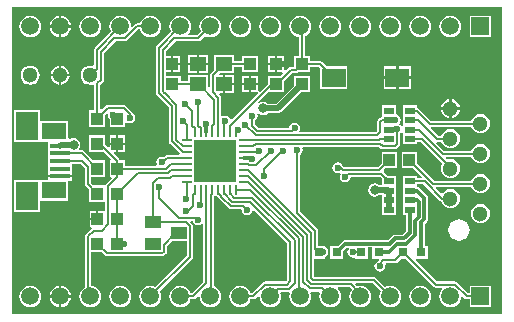
<source format=gtl>
G04 Layer_Physical_Order=1*
G04 Layer_Color=255*
%FSLAX25Y25*%
%MOIN*%
G70*
G01*
G75*
%ADD10R,0.05512X0.03937*%
%ADD11R,0.03150X0.03150*%
%ADD12R,0.07874X0.06299*%
%ADD13O,0.00984X0.03347*%
%ADD14O,0.03347X0.00984*%
%ADD15R,0.14173X0.14173*%
%ADD16R,0.04331X0.03937*%
%ADD17R,0.05512X0.04724*%
%ADD18R,0.03543X0.02362*%
%ADD19R,0.03937X0.04331*%
%ADD20R,0.06693X0.01772*%
%ADD21R,0.08268X0.05807*%
%ADD22R,0.07480X0.09350*%
%ADD23C,0.00787*%
%ADD24C,0.01181*%
%ADD25C,0.01969*%
%ADD26C,0.05906*%
%ADD27R,0.05906X0.05906*%
%ADD28C,0.05118*%
%ADD29C,0.02362*%
%ADD30C,0.03150*%
G36*
X164339Y1016D02*
X1016D01*
Y103315D01*
X164339D01*
Y1016D01*
D02*
G37*
%LPC*%
G36*
X147441Y72731D02*
Y70000D01*
X150172D01*
X150116Y70429D01*
X149799Y71195D01*
X149294Y71853D01*
X148636Y72357D01*
X147870Y72675D01*
X147441Y72731D01*
D02*
G37*
G36*
X75000Y77362D02*
X72047D01*
Y74803D01*
X75000D01*
Y77362D01*
D02*
G37*
G36*
X79921Y77363D02*
X77559D01*
Y75197D01*
X79921D01*
Y77363D01*
D02*
G37*
G36*
X146654Y72731D02*
X146225Y72675D01*
X145459Y72357D01*
X144801Y71853D01*
X144296Y71195D01*
X143979Y70429D01*
X143922Y70000D01*
X146654D01*
Y72731D01*
D02*
G37*
G36*
X38582Y60650D02*
X36417D01*
Y58287D01*
X38582D01*
Y60650D01*
D02*
G37*
G36*
X146654Y69213D02*
X143922D01*
X143979Y68784D01*
X144296Y68018D01*
X144801Y67360D01*
X145459Y66855D01*
X146225Y66538D01*
X146654Y66481D01*
Y69213D01*
D02*
G37*
G36*
X150172D02*
X147441D01*
Y66481D01*
X147870Y66538D01*
X148636Y66855D01*
X149294Y67360D01*
X149799Y68018D01*
X150116Y68784D01*
X150172Y69213D01*
D02*
G37*
G36*
X20125Y80315D02*
X17394D01*
Y77584D01*
X17822Y77640D01*
X18588Y77958D01*
X19246Y78462D01*
X19751Y79120D01*
X20068Y79887D01*
X20125Y80315D01*
D02*
G37*
G36*
X75000Y80709D02*
X72047D01*
Y78150D01*
X75000D01*
Y80709D01*
D02*
G37*
G36*
X79921Y80315D02*
X77559D01*
Y78150D01*
X79921D01*
Y80315D01*
D02*
G37*
G36*
X16606Y80315D02*
X13875D01*
X13931Y79887D01*
X14249Y79120D01*
X14754Y78462D01*
X15412Y77958D01*
X16178Y77640D01*
X16606Y77584D01*
Y80315D01*
D02*
G37*
G36*
X129035Y79527D02*
X124902D01*
Y76181D01*
X129035D01*
Y79527D01*
D02*
G37*
G36*
X133957D02*
X129823D01*
Y76181D01*
X133957D01*
Y79527D01*
D02*
G37*
G36*
X7000Y83897D02*
X6175Y83789D01*
X5406Y83470D01*
X4745Y82964D01*
X4238Y82303D01*
X3920Y81534D01*
X3811Y80709D01*
X3920Y79883D01*
X4238Y79114D01*
X4745Y78454D01*
X5406Y77947D01*
X6175Y77629D01*
X7000Y77520D01*
X7825Y77629D01*
X8594Y77947D01*
X9255Y78454D01*
X9761Y79114D01*
X10080Y79883D01*
X10189Y80709D01*
X10080Y81534D01*
X9761Y82303D01*
X9255Y82964D01*
X8594Y83470D01*
X7825Y83789D01*
X7000Y83897D01*
D02*
G37*
G36*
X35629Y60650D02*
X33464D01*
Y58287D01*
X35629D01*
Y60650D01*
D02*
G37*
G36*
X20522Y6606D02*
X17394D01*
Y3478D01*
X17925Y3548D01*
X18787Y3905D01*
X19527Y4473D01*
X20095Y5213D01*
X20452Y6075D01*
X20522Y6606D01*
D02*
G37*
G36*
X16606Y10522D02*
X16075Y10452D01*
X15213Y10095D01*
X14473Y9527D01*
X13905Y8787D01*
X13548Y7925D01*
X13478Y7394D01*
X16606D01*
Y10522D01*
D02*
G37*
G36*
X17394Y10522D02*
Y7394D01*
X20522D01*
X20452Y7925D01*
X20095Y8787D01*
X19527Y9527D01*
X18787Y10095D01*
X17925Y10452D01*
X17394Y10522D01*
D02*
G37*
G36*
X16606Y6606D02*
X13478D01*
X13548Y6075D01*
X13905Y5213D01*
X14473Y4473D01*
X15213Y3905D01*
X16075Y3548D01*
X16606Y3478D01*
Y6606D01*
D02*
G37*
G36*
X7000Y10586D02*
X6072Y10464D01*
X5207Y10105D01*
X4465Y9535D01*
X3895Y8793D01*
X3536Y7928D01*
X3414Y7000D01*
X3536Y6072D01*
X3895Y5207D01*
X4465Y4465D01*
X5207Y3895D01*
X6072Y3536D01*
X7000Y3414D01*
X7928Y3536D01*
X8793Y3895D01*
X9535Y4465D01*
X10105Y5207D01*
X10464Y6072D01*
X10586Y7000D01*
X10464Y7928D01*
X10105Y8793D01*
X9535Y9535D01*
X8793Y10105D01*
X7928Y10464D01*
X7000Y10586D01*
D02*
G37*
G36*
X37000D02*
X36072Y10464D01*
X35207Y10105D01*
X34464Y9535D01*
X33895Y8793D01*
X33536Y7928D01*
X33414Y7000D01*
X33536Y6072D01*
X33895Y5207D01*
X34464Y4465D01*
X35207Y3895D01*
X36072Y3536D01*
X37000Y3414D01*
X37928Y3536D01*
X38793Y3895D01*
X39535Y4465D01*
X40105Y5207D01*
X40464Y6072D01*
X40586Y7000D01*
X40464Y7928D01*
X40105Y8793D01*
X39535Y9535D01*
X38793Y10105D01*
X37928Y10464D01*
X37000Y10586D01*
D02*
G37*
G36*
X137000D02*
X136072Y10464D01*
X135207Y10105D01*
X134465Y9535D01*
X133895Y8793D01*
X133536Y7928D01*
X133414Y7000D01*
X133536Y6072D01*
X133895Y5207D01*
X134465Y4465D01*
X135207Y3895D01*
X136072Y3536D01*
X137000Y3414D01*
X137928Y3536D01*
X138793Y3895D01*
X139535Y4465D01*
X140105Y5207D01*
X140464Y6072D01*
X140586Y7000D01*
X140464Y7928D01*
X140105Y8793D01*
X139535Y9535D01*
X138793Y10105D01*
X137928Y10464D01*
X137000Y10586D01*
D02*
G37*
G36*
X135937Y55229D02*
X130795D01*
Y49693D01*
X134698D01*
X137539Y46851D01*
X137348Y46389D01*
X135992D01*
Y47157D01*
X131244D01*
Y43591D01*
Y40441D01*
Y37291D01*
Y34142D01*
X132275D01*
Y28644D01*
X131151Y27520D01*
X128589D01*
X128124Y27427D01*
X127729Y27163D01*
X126389Y25823D01*
X112008D01*
X111543Y25730D01*
X111148Y25466D01*
X109611Y23929D01*
X106976D01*
Y19575D01*
X111331D01*
Y22209D01*
X112512Y23390D01*
X112977D01*
X113182Y22890D01*
X112887Y22448D01*
X112749Y21752D01*
X112887Y21056D01*
X113281Y20466D01*
X113871Y20072D01*
X114567Y19933D01*
X114759Y19972D01*
X115145Y19654D01*
Y19575D01*
X119500D01*
Y23390D01*
X121051D01*
Y19575D01*
X123123D01*
X123315Y19113D01*
X122901Y18699D01*
X122804Y18680D01*
X122214Y18286D01*
X121820Y17696D01*
X121682Y17000D01*
X121820Y16304D01*
X122214Y15714D01*
X122804Y15320D01*
X123500Y15182D01*
X124196Y15320D01*
X124786Y15714D01*
X125180Y16304D01*
X125318Y17000D01*
X125222Y17484D01*
X125505Y17925D01*
X125589Y17984D01*
X128645D01*
X128645Y17984D01*
X129034Y18062D01*
X129363Y18282D01*
X130656Y19575D01*
X132138D01*
X141482Y10231D01*
X141482Y10231D01*
X141812Y10011D01*
X142200Y9933D01*
X144229D01*
X144386Y9433D01*
X143895Y8793D01*
X143536Y7928D01*
X143414Y7000D01*
X143536Y6072D01*
X143895Y5207D01*
X144465Y4465D01*
X145207Y3895D01*
X146072Y3536D01*
X147000Y3414D01*
X147928Y3536D01*
X148793Y3895D01*
X149536Y4465D01*
X150105Y5207D01*
X150464Y6072D01*
X150569Y6872D01*
X151033Y7115D01*
X151866Y6282D01*
X151866Y6282D01*
X152196Y6062D01*
X152584Y5984D01*
X153445D01*
Y3445D01*
X160555D01*
Y10555D01*
X153445D01*
Y8161D01*
X152945Y8076D01*
X149354Y11667D01*
X149024Y11887D01*
X148636Y11964D01*
X148635Y11964D01*
X142621D01*
X135511Y19075D01*
X135718Y19575D01*
X139480D01*
Y23929D01*
X138519D01*
Y31246D01*
X139226Y31953D01*
X139357Y32149D01*
X139489Y32347D01*
X139489Y32347D01*
X139489Y32347D01*
X139534Y32570D01*
X139582Y32812D01*
Y39902D01*
X139489Y40367D01*
X139226Y40762D01*
X136903Y43084D01*
X136509Y43348D01*
X136043Y43441D01*
X135992D01*
Y44358D01*
X138067D01*
X143537Y38888D01*
X143867Y38668D01*
X144027Y38636D01*
X144286Y38012D01*
X144793Y37352D01*
X145453Y36845D01*
X146222Y36526D01*
X147047Y36418D01*
X147873Y36526D01*
X148642Y36845D01*
X149302Y37352D01*
X149809Y38012D01*
X150127Y38781D01*
X150236Y39606D01*
X150127Y40432D01*
X149809Y41201D01*
X149302Y41861D01*
X148642Y42368D01*
X147873Y42686D01*
X147047Y42795D01*
X146222Y42686D01*
X145453Y42368D01*
X144793Y41861D01*
X144511Y41494D01*
X143869Y41429D01*
X142169Y43129D01*
X142360Y43591D01*
X154046D01*
X154286Y43012D01*
X154793Y42352D01*
X155453Y41845D01*
X156222Y41526D01*
X157047Y41418D01*
X157873Y41526D01*
X158642Y41845D01*
X159302Y42352D01*
X159809Y43012D01*
X160127Y43781D01*
X160236Y44606D01*
X160127Y45432D01*
X159809Y46201D01*
X159302Y46861D01*
X158642Y47368D01*
X157873Y47686D01*
X157047Y47795D01*
X156222Y47686D01*
X155453Y47368D01*
X154793Y46861D01*
X154286Y46201D01*
X154046Y45622D01*
X141641D01*
X135937Y51326D01*
Y55229D01*
D02*
G37*
G36*
X129245D02*
X124103D01*
Y51326D01*
X123001Y50224D01*
X111727D01*
X111411Y50541D01*
X111081Y50761D01*
X110995Y50778D01*
X110774Y51109D01*
X110184Y51503D01*
X109488Y51641D01*
X108792Y51503D01*
X108202Y51109D01*
X107808Y50519D01*
X107670Y49823D01*
X107808Y49127D01*
X108202Y48537D01*
X108792Y48143D01*
X109488Y48004D01*
X110131Y48132D01*
X110267Y48019D01*
X110462Y47727D01*
X110328Y47527D01*
X110189Y46831D01*
X110328Y46135D01*
X110722Y45545D01*
X111312Y45151D01*
X112008Y45012D01*
X112704Y45151D01*
X113294Y45545D01*
X113688Y46135D01*
X113821Y46803D01*
X123665D01*
X124157Y46312D01*
Y44039D01*
X123348D01*
X122700Y44472D01*
X121850Y44641D01*
X121001Y44472D01*
X120281Y43991D01*
X119800Y43271D01*
X119631Y42421D01*
X119800Y41572D01*
X120281Y40852D01*
X121001Y40370D01*
X121850Y40201D01*
X122700Y40370D01*
X123348Y40804D01*
X124157D01*
Y37291D01*
Y34142D01*
X128905D01*
Y37291D01*
Y40441D01*
Y44979D01*
X128984Y45374D01*
X128905Y45769D01*
Y47157D01*
X127341D01*
X127165Y47192D01*
X126990Y47157D01*
X126184D01*
X124804Y48537D01*
X124794Y49145D01*
X125343Y49693D01*
X129245D01*
Y55229D01*
D02*
G37*
G36*
X38582Y57500D02*
X36417D01*
Y55138D01*
X38582D01*
Y57500D01*
D02*
G37*
G36*
X20867Y46654D02*
X16929D01*
X12992D01*
Y45828D01*
X10248D01*
Y45829D01*
X1563D01*
Y35274D01*
X10248D01*
Y38816D01*
X19697D01*
Y45571D01*
X20867D01*
Y46654D01*
D02*
G37*
G36*
X149961Y32680D02*
X149033Y32558D01*
X148168Y32200D01*
X147425Y31630D01*
X146855Y30887D01*
X146497Y30023D01*
X146375Y29094D01*
X146497Y28166D01*
X146855Y27302D01*
X147425Y26559D01*
X148168Y25989D01*
X149033Y25631D01*
X149961Y25509D01*
X150889Y25631D01*
X151754Y25989D01*
X152496Y26559D01*
X153066Y27302D01*
X153424Y28166D01*
X153547Y29094D01*
X153424Y30023D01*
X153066Y30887D01*
X152496Y31630D01*
X151754Y32200D01*
X150889Y32558D01*
X149961Y32680D01*
D02*
G37*
G36*
X157047Y37795D02*
X156222Y37686D01*
X155453Y37368D01*
X154793Y36861D01*
X154286Y36201D01*
X153967Y35432D01*
X153859Y34606D01*
X153967Y33781D01*
X154286Y33012D01*
X154793Y32352D01*
X155453Y31845D01*
X156222Y31526D01*
X157047Y31418D01*
X157873Y31526D01*
X158642Y31845D01*
X159302Y32352D01*
X159809Y33012D01*
X160127Y33781D01*
X160236Y34606D01*
X160127Y35432D01*
X159809Y36201D01*
X159302Y36861D01*
X158642Y37368D01*
X157873Y37686D01*
X157047Y37795D01*
D02*
G37*
G36*
X28937Y35610D02*
X26772D01*
Y33248D01*
X28937D01*
Y35610D01*
D02*
G37*
G36*
X107000Y100586D02*
X106072Y100464D01*
X105207Y100105D01*
X104464Y99536D01*
X103895Y98793D01*
X103536Y97928D01*
X103414Y97000D01*
X103536Y96072D01*
X103895Y95207D01*
X104464Y94464D01*
X105207Y93895D01*
X106072Y93536D01*
X107000Y93414D01*
X107928Y93536D01*
X108793Y93895D01*
X109536Y94464D01*
X110105Y95207D01*
X110464Y96072D01*
X110586Y97000D01*
X110464Y97928D01*
X110105Y98793D01*
X109536Y99536D01*
X108793Y100105D01*
X107928Y100464D01*
X107000Y100586D01*
D02*
G37*
G36*
X117000D02*
X116072Y100464D01*
X115207Y100105D01*
X114464Y99536D01*
X113895Y98793D01*
X113536Y97928D01*
X113414Y97000D01*
X113536Y96072D01*
X113895Y95207D01*
X114464Y94464D01*
X115207Y93895D01*
X116072Y93536D01*
X117000Y93414D01*
X117928Y93536D01*
X118793Y93895D01*
X119536Y94464D01*
X120105Y95207D01*
X120464Y96072D01*
X120586Y97000D01*
X120464Y97928D01*
X120105Y98793D01*
X119536Y99536D01*
X118793Y100105D01*
X117928Y100464D01*
X117000Y100586D01*
D02*
G37*
G36*
X127000D02*
X126072Y100464D01*
X125207Y100105D01*
X124464Y99536D01*
X123895Y98793D01*
X123536Y97928D01*
X123414Y97000D01*
X123536Y96072D01*
X123895Y95207D01*
X124464Y94464D01*
X125207Y93895D01*
X126072Y93536D01*
X127000Y93414D01*
X127928Y93536D01*
X128793Y93895D01*
X129535Y94464D01*
X130105Y95207D01*
X130464Y96072D01*
X130586Y97000D01*
X130464Y97928D01*
X130105Y98793D01*
X129535Y99536D01*
X128793Y100105D01*
X127928Y100464D01*
X127000Y100586D01*
D02*
G37*
G36*
X87000D02*
X86072Y100464D01*
X85207Y100105D01*
X84465Y99536D01*
X83895Y98793D01*
X83536Y97928D01*
X83414Y97000D01*
X83536Y96072D01*
X83895Y95207D01*
X84465Y94464D01*
X85207Y93895D01*
X86072Y93536D01*
X87000Y93414D01*
X87928Y93536D01*
X88793Y93895D01*
X89535Y94464D01*
X90105Y95207D01*
X90464Y96072D01*
X90586Y97000D01*
X90464Y97928D01*
X90105Y98793D01*
X89535Y99536D01*
X88793Y100105D01*
X87928Y100464D01*
X87000Y100586D01*
D02*
G37*
G36*
X27000D02*
X26072Y100464D01*
X25207Y100105D01*
X24464Y99536D01*
X23895Y98793D01*
X23536Y97928D01*
X23414Y97000D01*
X23536Y96072D01*
X23895Y95207D01*
X24464Y94464D01*
X25207Y93895D01*
X26072Y93536D01*
X27000Y93414D01*
X27928Y93536D01*
X28793Y93895D01*
X29535Y94464D01*
X30105Y95207D01*
X30464Y96072D01*
X30586Y97000D01*
X30464Y97928D01*
X30105Y98793D01*
X29535Y99536D01*
X28793Y100105D01*
X27928Y100464D01*
X27000Y100586D01*
D02*
G37*
G36*
X97000D02*
X96072Y100464D01*
X95207Y100105D01*
X94464Y99536D01*
X93895Y98793D01*
X93536Y97928D01*
X93414Y97000D01*
X93536Y96072D01*
X93895Y95207D01*
X94464Y94464D01*
X95207Y93895D01*
X96072Y93536D01*
X96524Y93477D01*
Y87019D01*
X94771D01*
Y83496D01*
X93799D01*
X93410Y83419D01*
X93081Y83198D01*
X93081Y83198D01*
X92183Y82301D01*
X91683Y82508D01*
Y84055D01*
X89321D01*
Y81889D01*
X91065D01*
X91272Y81389D01*
X90210Y80327D01*
X86159D01*
Y77875D01*
X83571Y75287D01*
X83071Y75494D01*
X83071Y75554D01*
X83071Y75554D01*
X83071Y75574D01*
Y77363D01*
X80709D01*
Y75197D01*
X82694Y75197D01*
X82714D01*
D01*
X82775Y75197D01*
X82817Y75094D01*
X82982Y74697D01*
X74121Y65837D01*
X73642Y65982D01*
X73629Y66050D01*
X73235Y66640D01*
X72645Y67034D01*
X71949Y67173D01*
X71253Y67034D01*
X71142Y66960D01*
X70701Y67196D01*
Y73198D01*
X70701Y73198D01*
X70648Y73464D01*
X70623Y73586D01*
X70623Y73586D01*
X70623Y73586D01*
X70513Y73752D01*
X70403Y73916D01*
X70403Y73916D01*
X70403Y73916D01*
X69978Y74341D01*
X70169Y74803D01*
X71260D01*
Y77756D01*
Y80709D01*
X70083D01*
X69888Y81161D01*
X70151Y81484D01*
X75012D01*
Y83433D01*
X77547D01*
Y81877D01*
X83083D01*
Y87019D01*
X77547D01*
Y85464D01*
X75012D01*
Y87413D01*
X68295D01*
Y82527D01*
X67183Y81415D01*
X66963Y81086D01*
X66886Y80697D01*
X66886Y80697D01*
Y76684D01*
X66386Y76416D01*
X66350Y76440D01*
Y80721D01*
X59634D01*
Y78772D01*
X57099D01*
Y80327D01*
X52185D01*
Y81889D01*
X53937D01*
Y84448D01*
Y87007D01*
X52185D01*
Y88783D01*
X55437Y92036D01*
X63051D01*
X63051Y92036D01*
X63440Y92113D01*
X63769Y92333D01*
X65295Y93858D01*
X66072Y93536D01*
X67000Y93414D01*
X67928Y93536D01*
X68793Y93895D01*
X69535Y94464D01*
X70105Y95207D01*
X70464Y96072D01*
X70586Y97000D01*
X70464Y97928D01*
X70105Y98793D01*
X69535Y99536D01*
X68793Y100105D01*
X67928Y100464D01*
X67000Y100586D01*
X66072Y100464D01*
X65207Y100105D01*
X64464Y99536D01*
X63895Y98793D01*
X63536Y97928D01*
X63414Y97000D01*
X63536Y96072D01*
X63858Y95295D01*
X62630Y94067D01*
X59771D01*
X59614Y94567D01*
X60105Y95207D01*
X60464Y96072D01*
X60586Y97000D01*
X60464Y97928D01*
X60105Y98793D01*
X59535Y99536D01*
X58793Y100105D01*
X57928Y100464D01*
X57000Y100586D01*
X56072Y100464D01*
X55207Y100105D01*
X54465Y99536D01*
X53895Y98793D01*
X53536Y97928D01*
X53414Y97000D01*
X53536Y96072D01*
X53858Y95295D01*
X49061Y90497D01*
X48841Y90168D01*
X48764Y89779D01*
X48764Y89779D01*
Y74800D01*
X48764Y74800D01*
X48841Y74411D01*
X49061Y74081D01*
X50459Y72684D01*
X50550Y72623D01*
X53294Y69879D01*
Y58644D01*
X53294Y58644D01*
X53372Y58256D01*
X53592Y57926D01*
X56853Y54665D01*
X56646Y54165D01*
X52683D01*
X52683Y54165D01*
X52295Y54088D01*
X51965Y53868D01*
X51965Y53868D01*
X51525Y53428D01*
X51486Y53454D01*
X50790Y53593D01*
X50094Y53454D01*
X49504Y53060D01*
X49110Y52470D01*
X48972Y51774D01*
X49110Y51078D01*
X49160Y51004D01*
X48924Y50563D01*
X38594D01*
Y52315D01*
X36989D01*
X36961Y52456D01*
X36741Y52785D01*
X36741Y52786D01*
X34851Y54676D01*
X35042Y55138D01*
X35629D01*
Y57500D01*
X33464D01*
Y56716D01*
X33002Y56525D01*
X31902Y57625D01*
Y60662D01*
X26760D01*
Y55126D01*
X31528D01*
X33877Y52777D01*
X33686Y52315D01*
X33452D01*
Y46780D01*
X33970D01*
X34161Y46317D01*
X32340Y44497D01*
X32231Y44333D01*
X32053Y44136D01*
X31698Y43969D01*
X28000Y43969D01*
X27197Y44772D01*
Y46780D01*
X31902D01*
Y52315D01*
X27999D01*
X24872Y55442D01*
X24543Y55663D01*
X24154Y55740D01*
X24154Y55740D01*
X23447D01*
X23180Y56240D01*
X23509Y56732D01*
X23677Y57582D01*
X23509Y58431D01*
X23027Y59151D01*
X22307Y59632D01*
X21458Y59801D01*
X20608Y59632D01*
X20197Y59358D01*
X19697Y59625D01*
Y65514D01*
X10248D01*
Y69057D01*
X1563D01*
Y58502D01*
X10248D01*
Y58503D01*
X12981D01*
Y55795D01*
Y53236D01*
Y50677D01*
Y48118D01*
X12992D01*
Y47441D01*
X16929D01*
X20867D01*
Y48118D01*
X20878D01*
Y51138D01*
X23804D01*
X25166Y49776D01*
Y44351D01*
X25166Y44351D01*
X25243Y43962D01*
X25463Y43633D01*
X25463Y43633D01*
X26760Y42336D01*
Y38433D01*
X31902Y38433D01*
X32043Y37991D01*
Y36047D01*
X31890Y35610D01*
X29725D01*
Y32854D01*
X29331D01*
Y32461D01*
X26772D01*
Y30098D01*
X27312D01*
X27463Y29598D01*
X27401Y29557D01*
X25648Y27804D01*
X25428Y27475D01*
X25351Y27086D01*
X25351Y27086D01*
Y10165D01*
X25207Y10105D01*
X24464Y9535D01*
X23895Y8793D01*
X23536Y7928D01*
X23414Y7000D01*
X23536Y6072D01*
X23895Y5207D01*
X24464Y4465D01*
X25207Y3895D01*
X26072Y3536D01*
X27000Y3414D01*
X27928Y3536D01*
X28793Y3895D01*
X29535Y4465D01*
X30105Y5207D01*
X30464Y6072D01*
X30586Y7000D01*
X30464Y7928D01*
X30105Y8793D01*
X29535Y9535D01*
X28793Y10105D01*
X27928Y10464D01*
X27382Y10536D01*
Y21740D01*
X30663D01*
X31775Y20628D01*
X32104Y20408D01*
X32493Y20331D01*
X38404D01*
X38404Y20331D01*
X38464Y20343D01*
X44607D01*
X44666Y20331D01*
X44666Y20331D01*
X51003D01*
X51003Y20331D01*
X51392Y20408D01*
X51721Y20628D01*
X52305Y21212D01*
X52305Y21212D01*
X52525Y21541D01*
X52602Y21930D01*
X52602Y21930D01*
Y23803D01*
X54279Y25480D01*
X59233D01*
Y20669D01*
X48705Y10142D01*
X47928Y10464D01*
X47000Y10586D01*
X46072Y10464D01*
X45207Y10105D01*
X44464Y9535D01*
X43895Y8793D01*
X43536Y7928D01*
X43414Y7000D01*
X43536Y6072D01*
X43895Y5207D01*
X44464Y4465D01*
X45207Y3895D01*
X46072Y3536D01*
X47000Y3414D01*
X47928Y3536D01*
X48793Y3895D01*
X49536Y4465D01*
X50105Y5207D01*
X50464Y6072D01*
X50586Y7000D01*
X50464Y7928D01*
X50142Y8705D01*
X60966Y19530D01*
X61187Y19860D01*
X61264Y20248D01*
Y30432D01*
X61187Y30821D01*
X60966Y31150D01*
X60966Y31150D01*
X60413Y31703D01*
X60605Y32165D01*
X61236D01*
X61312Y31784D01*
X61706Y31194D01*
X62296Y30800D01*
X62992Y30662D01*
X63688Y30800D01*
X64233Y31164D01*
X64448Y31112D01*
X64733Y30975D01*
Y11753D01*
X60995Y8016D01*
X60427D01*
X60105Y8793D01*
X59535Y9535D01*
X58793Y10105D01*
X57928Y10464D01*
X57000Y10586D01*
X56072Y10464D01*
X55207Y10105D01*
X54465Y9535D01*
X53895Y8793D01*
X53536Y7928D01*
X53414Y7000D01*
X53536Y6072D01*
X53895Y5207D01*
X54465Y4465D01*
X55207Y3895D01*
X56072Y3536D01*
X57000Y3414D01*
X57928Y3536D01*
X58793Y3895D01*
X59535Y4465D01*
X60105Y5207D01*
X60427Y5984D01*
X61415D01*
X61415Y5984D01*
X61804Y6062D01*
X62134Y6282D01*
X62967Y7115D01*
X63431Y6872D01*
X63536Y6072D01*
X63895Y5207D01*
X64464Y4465D01*
X65207Y3895D01*
X66072Y3536D01*
X67000Y3414D01*
X67928Y3536D01*
X68793Y3895D01*
X69535Y4465D01*
X70105Y5207D01*
X70464Y6072D01*
X70586Y7000D01*
X70464Y7928D01*
X70105Y8793D01*
X69535Y9535D01*
X68793Y10105D01*
X68252Y10329D01*
Y40341D01*
X68682Y40607D01*
X69026Y40527D01*
X69441Y40112D01*
X69447Y40102D01*
X70319Y39231D01*
X70319Y39231D01*
X70329Y39224D01*
X73102Y36451D01*
X73102Y36451D01*
X73431Y36231D01*
X73820Y36154D01*
X77325D01*
X77512Y35925D01*
X77651Y35229D01*
X78045Y34639D01*
X78635Y34245D01*
X79331Y34107D01*
X80027Y34245D01*
X80616Y34639D01*
X81011Y35229D01*
X81105Y35703D01*
X81628Y35887D01*
X92712Y24802D01*
Y12456D01*
X92221Y11964D01*
X85364D01*
X84976Y11887D01*
X84646Y11667D01*
X84646Y11667D01*
X80995Y8016D01*
X80427D01*
X80105Y8793D01*
X79536Y9535D01*
X78793Y10105D01*
X77928Y10464D01*
X77000Y10586D01*
X76072Y10464D01*
X75207Y10105D01*
X74464Y9535D01*
X73895Y8793D01*
X73536Y7928D01*
X73414Y7000D01*
X73536Y6072D01*
X73895Y5207D01*
X74464Y4465D01*
X75207Y3895D01*
X76072Y3536D01*
X77000Y3414D01*
X77928Y3536D01*
X78793Y3895D01*
X79536Y4465D01*
X80105Y5207D01*
X80427Y5984D01*
X81415D01*
X81415Y5984D01*
X81804Y6062D01*
X82134Y6282D01*
X82967Y7115D01*
X83431Y6872D01*
X83536Y6072D01*
X83895Y5207D01*
X84465Y4465D01*
X85207Y3895D01*
X86072Y3536D01*
X87000Y3414D01*
X87928Y3536D01*
X88793Y3895D01*
X89535Y4465D01*
X90105Y5207D01*
X90464Y6072D01*
X90586Y7000D01*
X90464Y7928D01*
X90381Y8128D01*
X90659Y8543D01*
X93217D01*
X93217Y8543D01*
X93253Y8551D01*
X93613Y8112D01*
X93536Y7928D01*
X93414Y7000D01*
X93536Y6072D01*
X93895Y5207D01*
X94464Y4465D01*
X95207Y3895D01*
X96072Y3536D01*
X97000Y3414D01*
X97928Y3536D01*
X98793Y3895D01*
X99536Y4465D01*
X100105Y5207D01*
X100464Y6072D01*
X100586Y7000D01*
X100464Y7928D01*
X100350Y8202D01*
X100628Y8618D01*
X103372D01*
X103650Y8202D01*
X103536Y7928D01*
X103414Y7000D01*
X103536Y6072D01*
X103895Y5207D01*
X104464Y4465D01*
X105207Y3895D01*
X106072Y3536D01*
X107000Y3414D01*
X107928Y3536D01*
X108793Y3895D01*
X109536Y4465D01*
X110105Y5207D01*
X110464Y6072D01*
X110586Y7000D01*
X110464Y7928D01*
X110105Y8793D01*
X109557Y9508D01*
X109587Y9686D01*
X109696Y10008D01*
X113457D01*
X114232Y9233D01*
X113895Y8793D01*
X113536Y7928D01*
X113414Y7000D01*
X113536Y6072D01*
X113895Y5207D01*
X114464Y4465D01*
X115207Y3895D01*
X116072Y3536D01*
X117000Y3414D01*
X117928Y3536D01*
X118793Y3895D01*
X119536Y4465D01*
X120105Y5207D01*
X120464Y6072D01*
X120586Y7000D01*
X120464Y7928D01*
X120105Y8793D01*
X119536Y9535D01*
X118793Y10105D01*
X117928Y10464D01*
X117000Y10586D01*
X116072Y10464D01*
X115932Y10406D01*
X115402Y10936D01*
X115593Y11398D01*
X121166D01*
X123858Y8705D01*
X123536Y7928D01*
X123414Y7000D01*
X123536Y6072D01*
X123895Y5207D01*
X124464Y4465D01*
X125207Y3895D01*
X126072Y3536D01*
X127000Y3414D01*
X127928Y3536D01*
X128793Y3895D01*
X129535Y4465D01*
X130105Y5207D01*
X130464Y6072D01*
X130586Y7000D01*
X130464Y7928D01*
X130105Y8793D01*
X129535Y9535D01*
X128793Y10105D01*
X127928Y10464D01*
X127000Y10586D01*
X126072Y10464D01*
X125294Y10142D01*
X122305Y13131D01*
X121975Y13352D01*
X121587Y13429D01*
X121586Y13429D01*
X101692D01*
Y19575D01*
X105425D01*
Y20207D01*
X105813Y20466D01*
X106208Y21056D01*
X106346Y21752D01*
X106208Y22448D01*
X105813Y23038D01*
X105425Y23297D01*
Y23929D01*
X103082D01*
Y28677D01*
X103082Y28677D01*
X103005Y29066D01*
X102785Y29395D01*
X102785Y29395D01*
X97016Y35164D01*
Y54220D01*
X97290Y54403D01*
X97684Y54993D01*
X97822Y55689D01*
X97687Y56370D01*
X97673Y56460D01*
X97953Y56870D01*
X123312D01*
X123727Y56455D01*
X123727Y56455D01*
X124057Y56235D01*
X124445Y56158D01*
X128617D01*
X128617Y56158D01*
X129006Y56235D01*
X129335Y56455D01*
X130017Y57137D01*
X130237Y57466D01*
X130314Y57855D01*
X130314Y57855D01*
Y61307D01*
X130623Y61513D01*
X130744Y61694D01*
X131244Y61542D01*
Y57665D01*
X135992D01*
Y58433D01*
X137260D01*
X144375Y51317D01*
X144286Y51201D01*
X143967Y50432D01*
X143859Y49606D01*
X143967Y48781D01*
X144286Y48012D01*
X144793Y47352D01*
X145453Y46845D01*
X146222Y46526D01*
X147047Y46418D01*
X147873Y46526D01*
X148642Y46845D01*
X149302Y47352D01*
X149809Y48012D01*
X150127Y48781D01*
X150236Y49606D01*
X150127Y50432D01*
X149809Y51201D01*
X149302Y51861D01*
X148642Y52368D01*
X147873Y52686D01*
X147047Y52795D01*
X146222Y52686D01*
X145979Y52586D01*
X145437Y53129D01*
X145628Y53591D01*
X154046D01*
X154286Y53012D01*
X154793Y52352D01*
X155453Y51845D01*
X156222Y51526D01*
X157047Y51418D01*
X157873Y51526D01*
X158642Y51845D01*
X159302Y52352D01*
X159809Y53012D01*
X160127Y53781D01*
X160236Y54606D01*
X160127Y55432D01*
X159809Y56201D01*
X159302Y56861D01*
X158642Y57368D01*
X157873Y57686D01*
X157047Y57795D01*
X156222Y57686D01*
X155453Y57368D01*
X154793Y56861D01*
X154286Y56201D01*
X154046Y55622D01*
X144909D01*
X142422Y58108D01*
X142428Y58152D01*
X142647Y58591D01*
X144046D01*
X144286Y58012D01*
X144793Y57352D01*
X145453Y56845D01*
X146222Y56526D01*
X147047Y56418D01*
X147873Y56526D01*
X148642Y56845D01*
X149302Y57352D01*
X149809Y58012D01*
X150127Y58781D01*
X150236Y59606D01*
X150127Y60432D01*
X149809Y61201D01*
X149302Y61861D01*
X148642Y62368D01*
X147873Y62686D01*
X147047Y62795D01*
X146222Y62686D01*
X145453Y62368D01*
X144793Y61861D01*
X144286Y61201D01*
X144046Y60622D01*
X142901D01*
X140432Y63091D01*
X140639Y63591D01*
X154046D01*
X154286Y63012D01*
X154793Y62352D01*
X155453Y61845D01*
X156222Y61526D01*
X157047Y61418D01*
X157873Y61526D01*
X158642Y61845D01*
X159302Y62352D01*
X159809Y63012D01*
X160127Y63781D01*
X160236Y64606D01*
X160127Y65432D01*
X159809Y66201D01*
X159302Y66861D01*
X158642Y67368D01*
X157873Y67686D01*
X157047Y67795D01*
X156222Y67686D01*
X155453Y67368D01*
X154793Y66861D01*
X154286Y66201D01*
X154046Y65622D01*
X140736D01*
X136742Y69616D01*
X136412Y69836D01*
X136023Y69913D01*
X135992Y70391D01*
Y70681D01*
X131244D01*
Y67114D01*
Y64055D01*
X131047Y63941D01*
X130744Y63903D01*
X130623Y64084D01*
X130377Y64248D01*
X130063Y64536D01*
X130250Y64889D01*
X130426Y65154D01*
X130565Y65850D01*
X130426Y66545D01*
X130032Y67136D01*
X129442Y67530D01*
X128905Y67637D01*
Y70681D01*
X124157D01*
Y66741D01*
X123883Y66686D01*
X123554Y66466D01*
X123045Y65958D01*
X122825Y65628D01*
X122748Y65240D01*
X122748Y65240D01*
Y62176D01*
X122253Y61681D01*
X96969D01*
X96701Y62181D01*
X96778Y62296D01*
X96917Y62992D01*
X96778Y63688D01*
X96384Y64278D01*
X95794Y64672D01*
X95098Y64811D01*
X94403Y64672D01*
X93813Y64278D01*
X93418Y63688D01*
X93296Y63071D01*
X83153D01*
X82000Y64224D01*
Y65797D01*
X82270Y65978D01*
X82664Y66568D01*
X82803Y67264D01*
X82703Y67763D01*
X82704Y67764D01*
X83164Y68011D01*
X83757Y67615D01*
X84606Y67445D01*
X85456Y67615D01*
X86104Y68048D01*
X89448D01*
X90067Y68171D01*
X90592Y68521D01*
X97256Y75186D01*
X100307D01*
Y80327D01*
X94771D01*
Y77276D01*
X88778Y71283D01*
X86104D01*
X85456Y71716D01*
X84606Y71885D01*
X83757Y71716D01*
X83256Y71382D01*
X83224Y71360D01*
X82906Y71749D01*
X86342Y75186D01*
X91695D01*
Y78940D01*
X94220Y81465D01*
X95571D01*
X95571Y81465D01*
X95960Y81542D01*
X96289Y81762D01*
X96405Y81877D01*
X100307D01*
Y83433D01*
X103221D01*
X103630Y83024D01*
Y76169D01*
X112708D01*
Y83673D01*
X105853D01*
X104360Y85166D01*
X104031Y85387D01*
X103642Y85464D01*
X103642Y85464D01*
X100307D01*
Y87019D01*
X98555D01*
Y93796D01*
X98793Y93895D01*
X99536Y94464D01*
X100105Y95207D01*
X100464Y96072D01*
X100586Y97000D01*
X100464Y97928D01*
X100105Y98793D01*
X99536Y99536D01*
X98793Y100105D01*
X97928Y100464D01*
X97000Y100586D01*
D02*
G37*
G36*
X77000D02*
X76072Y100464D01*
X75207Y100105D01*
X74464Y99536D01*
X73895Y98793D01*
X73536Y97928D01*
X73414Y97000D01*
X73536Y96072D01*
X73895Y95207D01*
X74464Y94464D01*
X75207Y93895D01*
X76072Y93536D01*
X77000Y93414D01*
X77928Y93536D01*
X78793Y93895D01*
X79536Y94464D01*
X80105Y95207D01*
X80464Y96072D01*
X80586Y97000D01*
X80464Y97928D01*
X80105Y98793D01*
X79536Y99536D01*
X78793Y100105D01*
X77928Y100464D01*
X77000Y100586D01*
D02*
G37*
G36*
X137000D02*
X136072Y100464D01*
X135207Y100105D01*
X134465Y99536D01*
X133895Y98793D01*
X133536Y97928D01*
X133414Y97000D01*
X133536Y96072D01*
X133895Y95207D01*
X134465Y94464D01*
X135207Y93895D01*
X136072Y93536D01*
X137000Y93414D01*
X137928Y93536D01*
X138793Y93895D01*
X139535Y94464D01*
X140105Y95207D01*
X140464Y96072D01*
X140586Y97000D01*
X140464Y97928D01*
X140105Y98793D01*
X139535Y99536D01*
X138793Y100105D01*
X137928Y100464D01*
X137000Y100586D01*
D02*
G37*
G36*
X47000D02*
X46072Y100464D01*
X45207Y100105D01*
X44464Y99536D01*
X43895Y98793D01*
X43573Y98015D01*
X42584D01*
X42196Y97938D01*
X41866Y97718D01*
X41866Y97718D01*
X41033Y96885D01*
X40569Y97128D01*
X40464Y97928D01*
X40105Y98793D01*
X39535Y99536D01*
X38793Y100105D01*
X37928Y100464D01*
X37000Y100586D01*
X36072Y100464D01*
X35207Y100105D01*
X34464Y99536D01*
X33895Y98793D01*
X33536Y97928D01*
X33414Y97000D01*
X33536Y96072D01*
X33858Y95295D01*
X28447Y89883D01*
X28227Y89554D01*
X28150Y89165D01*
X28150Y89165D01*
Y84135D01*
X27650Y83812D01*
X27000Y83897D01*
X26175Y83789D01*
X25406Y83470D01*
X24745Y82964D01*
X24238Y82303D01*
X23920Y81534D01*
X23811Y80709D01*
X23920Y79883D01*
X24238Y79114D01*
X24745Y78454D01*
X25406Y77947D01*
X26175Y77629D01*
X27000Y77520D01*
X27816Y77627D01*
X27921Y77637D01*
X28316Y77318D01*
Y69008D01*
X26760D01*
Y63472D01*
X31902D01*
Y67375D01*
X32507Y67980D01*
X32968Y67733D01*
X32925Y67520D01*
X33064Y66824D01*
X33452Y66242D01*
Y63472D01*
X38594D01*
Y64834D01*
X39094Y65101D01*
X39462Y64855D01*
X40157Y64717D01*
X40853Y64855D01*
X41443Y65250D01*
X41837Y65840D01*
X41976Y66535D01*
X41837Y67231D01*
X41443Y67821D01*
X41076Y68067D01*
X40876Y68366D01*
X40876Y68367D01*
X38827Y70415D01*
X38498Y70635D01*
X38109Y70712D01*
X38109Y70712D01*
X32788D01*
X32399Y70635D01*
X32070Y70415D01*
X30847Y69192D01*
X30347Y69399D01*
Y77592D01*
X31273Y78518D01*
X31273Y78518D01*
X31493Y78847D01*
X31571Y79236D01*
Y88169D01*
X35437Y92036D01*
X38636D01*
X38636Y92036D01*
X39024Y92113D01*
X39354Y92333D01*
X43005Y95984D01*
X43573D01*
X43895Y95207D01*
X44464Y94464D01*
X45207Y93895D01*
X46072Y93536D01*
X47000Y93414D01*
X47928Y93536D01*
X48793Y93895D01*
X49536Y94464D01*
X50105Y95207D01*
X50464Y96072D01*
X50586Y97000D01*
X50464Y97928D01*
X50105Y98793D01*
X49536Y99536D01*
X48793Y100105D01*
X47928Y100464D01*
X47000Y100586D01*
D02*
G37*
G36*
X16606Y100522D02*
X16075Y100452D01*
X15213Y100095D01*
X14473Y99527D01*
X13905Y98787D01*
X13548Y97925D01*
X13478Y97394D01*
X16606D01*
Y100522D01*
D02*
G37*
G36*
X17394Y100522D02*
Y97394D01*
X20522D01*
X20452Y97925D01*
X20095Y98787D01*
X19527Y99527D01*
X18787Y100095D01*
X17925Y100452D01*
X17394Y100522D01*
D02*
G37*
G36*
X20522Y96606D02*
X17394D01*
Y93478D01*
X17925Y93548D01*
X18787Y93905D01*
X19527Y94473D01*
X20095Y95213D01*
X20452Y96075D01*
X20522Y96606D01*
D02*
G37*
G36*
X147000Y100586D02*
X146072Y100464D01*
X145207Y100105D01*
X144465Y99536D01*
X143895Y98793D01*
X143536Y97928D01*
X143414Y97000D01*
X143536Y96072D01*
X143895Y95207D01*
X144465Y94464D01*
X145207Y93895D01*
X146072Y93536D01*
X147000Y93414D01*
X147928Y93536D01*
X148793Y93895D01*
X149536Y94464D01*
X150105Y95207D01*
X150464Y96072D01*
X150586Y97000D01*
X150464Y97928D01*
X150105Y98793D01*
X149536Y99536D01*
X148793Y100105D01*
X147928Y100464D01*
X147000Y100586D01*
D02*
G37*
G36*
X160555Y100555D02*
X153445D01*
Y93445D01*
X160555D01*
Y100555D01*
D02*
G37*
G36*
X16606Y96606D02*
X13478D01*
X13548Y96075D01*
X13905Y95213D01*
X14473Y94473D01*
X15213Y93905D01*
X16075Y93548D01*
X16606Y93478D01*
Y96606D01*
D02*
G37*
G36*
X17394Y83834D02*
Y81102D01*
X20125D01*
X20068Y81531D01*
X19751Y82297D01*
X19246Y82955D01*
X18588Y83460D01*
X17822Y83777D01*
X17394Y83834D01*
D02*
G37*
G36*
X62598Y84055D02*
X59646D01*
Y81496D01*
X62598D01*
Y84055D01*
D02*
G37*
G36*
X66339D02*
X63386D01*
Y81496D01*
X66339D01*
Y84055D01*
D02*
G37*
G36*
X16606Y83834D02*
X16178Y83777D01*
X15412Y83460D01*
X14754Y82955D01*
X14249Y82297D01*
X13931Y81531D01*
X13875Y81102D01*
X16606D01*
Y83834D01*
D02*
G37*
G36*
X83071Y80315D02*
X80709D01*
Y78150D01*
X83071D01*
Y80315D01*
D02*
G37*
G36*
X129035Y83661D02*
X124902D01*
Y80315D01*
X129035D01*
Y83661D01*
D02*
G37*
G36*
X133957D02*
X129823D01*
Y80315D01*
X133957D01*
Y83661D01*
D02*
G37*
G36*
X57087Y84055D02*
X54724D01*
Y81889D01*
X57087D01*
Y84055D01*
D02*
G37*
G36*
X62598Y87401D02*
X59646D01*
Y84842D01*
X62598D01*
Y87401D01*
D02*
G37*
G36*
X66339D02*
X63386D01*
Y84842D01*
X66339D01*
Y87401D01*
D02*
G37*
G36*
X7000Y100586D02*
X6072Y100464D01*
X5207Y100105D01*
X4465Y99536D01*
X3895Y98793D01*
X3536Y97928D01*
X3414Y97000D01*
X3536Y96072D01*
X3895Y95207D01*
X4465Y94464D01*
X5207Y93895D01*
X6072Y93536D01*
X7000Y93414D01*
X7928Y93536D01*
X8793Y93895D01*
X9535Y94464D01*
X10105Y95207D01*
X10464Y96072D01*
X10586Y97000D01*
X10464Y97928D01*
X10105Y98793D01*
X9535Y99536D01*
X8793Y100105D01*
X7928Y100464D01*
X7000Y100586D01*
D02*
G37*
G36*
X91683Y87007D02*
X89321D01*
Y84842D01*
X91683D01*
Y87007D01*
D02*
G37*
G36*
X88533Y84055D02*
X86171D01*
Y81889D01*
X88533D01*
Y84055D01*
D02*
G37*
G36*
Y87007D02*
X86171D01*
Y84842D01*
X88533D01*
Y87007D01*
D02*
G37*
G36*
X57087D02*
X54724D01*
Y84842D01*
X57087D01*
Y87007D01*
D02*
G37*
%LPD*%
D10*
X47834Y24311D02*
D03*
Y31791D02*
D03*
X56496Y28051D02*
D03*
D11*
X131397Y21752D02*
D03*
X137303D02*
D03*
X117322D02*
D03*
X123228D02*
D03*
X103248D02*
D03*
X109154D02*
D03*
D12*
X108169Y79921D02*
D03*
X129429D02*
D03*
D13*
X75590Y61712D02*
D03*
X73622D02*
D03*
X71653D02*
D03*
X69685D02*
D03*
X67716D02*
D03*
X65748D02*
D03*
X63779D02*
D03*
X61811D02*
D03*
Y42618D02*
D03*
X63779D02*
D03*
X65748D02*
D03*
X67716D02*
D03*
X69685D02*
D03*
X71653D02*
D03*
X73622D02*
D03*
X75590D02*
D03*
D14*
X59153Y59055D02*
D03*
Y57086D02*
D03*
Y55118D02*
D03*
Y53149D02*
D03*
Y51181D02*
D03*
Y49213D02*
D03*
Y47244D02*
D03*
Y45276D02*
D03*
X78248D02*
D03*
Y47244D02*
D03*
Y49213D02*
D03*
Y51181D02*
D03*
Y53149D02*
D03*
Y55118D02*
D03*
Y57086D02*
D03*
Y59055D02*
D03*
D15*
X68701Y52165D02*
D03*
D16*
X54331Y77756D02*
D03*
Y84448D02*
D03*
X80315Y77756D02*
D03*
Y84448D02*
D03*
X88927D02*
D03*
Y77756D02*
D03*
X97539D02*
D03*
Y84448D02*
D03*
D17*
X62992Y77756D02*
D03*
Y84449D02*
D03*
X71653Y77756D02*
D03*
Y84449D02*
D03*
D18*
X126531Y59449D02*
D03*
Y62599D02*
D03*
Y65748D02*
D03*
Y68898D02*
D03*
X133618Y59449D02*
D03*
Y62599D02*
D03*
Y65748D02*
D03*
Y68898D02*
D03*
X126531Y35925D02*
D03*
Y39075D02*
D03*
Y42224D02*
D03*
Y45374D02*
D03*
X133618Y35925D02*
D03*
Y39075D02*
D03*
Y42224D02*
D03*
Y45374D02*
D03*
D19*
X126674Y52461D02*
D03*
X133366D02*
D03*
X29331Y66240D02*
D03*
X36023D02*
D03*
Y57894D02*
D03*
X29331D02*
D03*
Y49547D02*
D03*
X36023D02*
D03*
X29331Y41201D02*
D03*
X36023D02*
D03*
X29331Y32854D02*
D03*
X36023D02*
D03*
X29331Y24508D02*
D03*
X36023D02*
D03*
D20*
X16929Y52165D02*
D03*
Y54724D02*
D03*
Y49606D02*
D03*
Y47047D02*
D03*
Y57283D02*
D03*
D21*
X14961Y62008D02*
D03*
Y42322D02*
D03*
D22*
X5906Y63779D02*
D03*
Y40551D02*
D03*
D23*
X30858Y28839D02*
X33059Y31039D01*
X28119Y28839D02*
X30858D01*
X26367Y27086D02*
X28119Y28839D01*
X96000Y34743D02*
Y55685D01*
Y34743D02*
X102066Y28677D01*
X96000Y55685D02*
X96004Y55689D01*
X110693Y49823D02*
X111307Y49209D01*
X109488Y49823D02*
X110693D01*
X111307Y49209D02*
X123422D01*
X126674Y52461D01*
X112008Y46831D02*
X112996Y47819D01*
X124086D01*
X126531Y45374D01*
X82217Y57886D02*
X123733D01*
X79789Y59276D02*
X123249D01*
X82157Y60665D02*
X122673D01*
X94161Y62055D02*
X95098Y62992D01*
X82732Y62055D02*
X94161D01*
X128645Y19000D02*
X131397Y21752D01*
X124638Y19000D02*
X128645D01*
X123500Y17862D02*
X124638Y19000D01*
X123500Y17000D02*
Y17862D01*
X93728Y12035D02*
Y25223D01*
X92642Y10949D02*
X93728Y12035D01*
X85364Y10949D02*
X92642D01*
X42584Y97000D02*
X47000D01*
X49779Y89779D02*
X57000Y97000D01*
X29165Y89165D02*
X37000Y97000D01*
X63051Y93051D02*
X67000Y97000D01*
X97000D02*
X97539Y96460D01*
X63161Y77756D02*
X68295Y72622D01*
X71653Y84449D02*
X80314D01*
X104366Y9634D02*
X107000Y7000D01*
X121587Y12413D02*
X127000Y7000D01*
X152584D02*
X157000D01*
X96507Y7492D02*
X97000Y7000D01*
X113878Y11024D02*
X117000Y7902D01*
X38636Y93051D02*
X42584Y97000D01*
X55016Y93051D02*
X63051D01*
X24154Y54724D02*
X29331Y49547D01*
X16929Y54724D02*
X24154D01*
X16941Y52153D02*
X24201D01*
X78248Y55118D02*
X82911D01*
X82389Y50701D02*
X87301Y55613D01*
X79803Y50701D02*
X82389D01*
X81417Y57086D02*
X82217Y57886D01*
X78248Y57086D02*
X81417D01*
X124272Y65748D02*
X126531D01*
X123763Y65240D02*
X124272Y65748D01*
X123763Y61756D02*
Y65240D01*
X144255Y39606D02*
X147047D01*
X138488Y45374D02*
X144255Y39606D01*
X133618Y45374D02*
X138488D01*
X142480Y59606D02*
X147047D01*
X136338Y65748D02*
X142480Y59606D01*
X133618Y65748D02*
X136338D01*
X137680Y59449D02*
X147047Y50082D01*
Y49606D02*
Y50082D01*
X133618Y59449D02*
X137680D01*
X136496Y62599D02*
X144488Y54606D01*
X133618Y62599D02*
X136496D01*
X144488Y54606D02*
X157047D01*
X140315Y64606D02*
X157047D01*
X136023Y68898D02*
X140315Y64606D01*
X133618Y68898D02*
X136023D01*
X29165Y82874D02*
Y89165D01*
X27000Y80709D02*
X29165Y82874D01*
X80984Y63803D02*
Y67264D01*
X73622Y63902D02*
X87575Y77854D01*
X78744Y64078D02*
X82157Y60665D01*
X76181Y62303D02*
X76181D01*
X73622Y61712D02*
Y63902D01*
X71653Y65059D02*
X71949Y65354D01*
X69685Y61712D02*
Y73198D01*
X68295Y64457D02*
Y72622D01*
X67716Y63878D02*
X68295Y64457D01*
X67716Y61712D02*
Y63878D01*
X102066Y22933D02*
X103248Y21752D01*
X102066Y22933D02*
Y28677D01*
X85002Y47276D02*
Y49293D01*
X80984Y63803D02*
X82732Y62055D01*
X89173Y77854D02*
X93799Y82480D01*
X128746Y65850D02*
X128839Y65942D01*
X95118Y11459D02*
Y25799D01*
X93217Y9559D02*
X95118Y11459D01*
X89559Y9559D02*
X93217D01*
X87000Y7000D02*
X89559Y9559D01*
X100110Y9634D02*
X104366D01*
X97897Y11847D02*
X100110Y9634D01*
X97897Y11847D02*
Y26950D01*
X78248Y51181D02*
X79323D01*
X79803Y50701D01*
X79568Y59055D02*
X79789Y59276D01*
X53494Y46605D02*
X54134Y47244D01*
X49656Y46605D02*
X53494D01*
X54134Y47244D02*
X59153D01*
X52683Y53149D02*
X59153D01*
X57836Y55118D02*
X59153D01*
X60248Y20248D02*
Y30432D01*
X47000Y7000D02*
X60248Y20248D01*
X61415Y7000D02*
X65748Y11333D01*
Y42618D01*
X67716Y41339D02*
Y42618D01*
X67236Y40858D02*
X67716Y41339D01*
X67000Y7000D02*
X67236D01*
X71040Y39949D02*
X73820Y37169D01*
X71037Y39949D02*
X71040D01*
X70165Y40821D02*
X71037Y39949D01*
X70165Y40821D02*
Y40824D01*
X69685Y41304D02*
X70165Y40824D01*
X69685Y41304D02*
Y42618D01*
X73820Y37169D02*
X78087D01*
X56721Y33181D02*
X61900D01*
X58890Y31791D02*
X60248Y30432D01*
X62992Y32089D02*
Y32480D01*
X61307Y37196D02*
Y40835D01*
X59544Y35433D02*
X61307Y37196D01*
Y40835D02*
X61811Y41339D01*
X59055Y35433D02*
X59544D01*
X59055Y39370D02*
Y39567D01*
X59153Y39665D01*
Y45276D01*
X50000Y39902D02*
X56721Y33181D01*
X50000Y39902D02*
Y43406D01*
X78087Y37169D02*
X79331Y35925D01*
X80392Y38559D02*
X93728Y25223D01*
X74396Y38559D02*
X80392D01*
X80967Y39949D02*
X95118Y25799D01*
X74974Y39949D02*
X80967D01*
X80264Y42618D02*
X96507Y26374D01*
X79572Y45276D02*
X97897Y26950D01*
X79568Y47244D02*
X99287Y27526D01*
X79565Y49213D02*
X100677Y28101D01*
X75590Y42618D02*
X80264D01*
X96507Y7492D02*
Y26374D01*
X78248Y45276D02*
X79572D01*
X78248Y47244D02*
X79568D01*
X99287Y12423D02*
Y27526D01*
X78248Y49213D02*
X79565D01*
X100677Y12998D02*
Y28101D01*
X81415Y7000D02*
X85364Y10949D01*
X77000Y7000D02*
X81415D01*
X101261Y12413D02*
X121587D01*
X100677Y12998D02*
X101261Y12413D01*
X117000Y7000D02*
Y7902D01*
X100686Y11024D02*
X113878D01*
X99287Y12423D02*
X100686Y11024D01*
X71653Y41301D02*
Y42618D01*
Y41301D02*
X74396Y38559D01*
X73622Y41301D02*
X74974Y39949D01*
X73622Y41301D02*
Y42618D01*
X57000Y95091D02*
Y97000D01*
X97539Y84448D02*
Y96460D01*
X63484Y37603D02*
X63779Y37899D01*
Y42618D01*
X51169Y89204D02*
X55016Y93051D01*
X51169Y75375D02*
Y89204D01*
X49779Y74800D02*
Y89779D01*
X61811Y41339D02*
Y42618D01*
X54310Y58644D02*
Y70300D01*
X51207Y73402D02*
X54310Y70300D01*
X51177Y73402D02*
X51207D01*
X49779Y74800D02*
X51177Y73402D01*
X51783Y74792D02*
X55700Y70875D01*
X51753Y74792D02*
X51783D01*
X51169Y75375D02*
X51753Y74792D01*
X55700Y59223D02*
Y70875D01*
X54310Y58644D02*
X57836Y55118D01*
X57836Y57086D02*
X59153D01*
X55700Y59223D02*
X57836Y57086D01*
X58760Y71161D02*
X61024Y68898D01*
Y63820D02*
Y68898D01*
Y63820D02*
X61811Y63033D01*
Y61712D02*
Y63033D01*
X62894Y63915D02*
X63779Y63030D01*
Y61712D02*
Y63030D01*
X62894Y63915D02*
Y71787D01*
X57877Y65358D02*
X59153Y64081D01*
Y59055D02*
Y64081D01*
X38109Y69697D02*
X40157Y67648D01*
Y66535D02*
Y67648D01*
X29331Y66240D02*
X32788Y69697D01*
X38109D01*
X35017Y93051D02*
X38636D01*
X30555Y88590D02*
X35017Y93051D01*
X30555Y79236D02*
Y88590D01*
X82911Y55118D02*
X83403Y55610D01*
X123733Y57886D02*
X124445Y57173D01*
X123422Y59449D02*
X126531D01*
X123249Y59276D02*
X123422Y59449D01*
X122673Y60665D02*
X123763Y61756D01*
X47834Y31791D02*
X58890D01*
X57000Y7000D02*
X61415D01*
X103248Y21752D02*
X104527D01*
X24213Y52165D02*
X26181Y50197D01*
X24201Y52153D02*
X24213Y52165D01*
X26181Y44351D02*
Y50197D01*
X36023Y24508D02*
X38386D01*
X26367Y7000D02*
X27000D01*
X33059Y31039D02*
Y43779D01*
X29331Y24508D02*
X32493Y21346D01*
X38404D01*
X33059Y43779D02*
X36023Y46743D01*
Y49547D01*
X53937Y51181D02*
X59153D01*
X52303Y49547D02*
X53937Y51181D01*
X36023Y49547D02*
X52303D01*
X50790Y51645D02*
Y51774D01*
Y51645D02*
X50984Y51451D01*
X47823Y44772D02*
X49656Y46605D01*
X29331Y78012D02*
X30555Y79236D01*
X29331Y66240D02*
Y78012D01*
X103642Y84448D02*
X108169Y79921D01*
X97539Y84448D02*
X103642D01*
X36023Y49547D02*
Y52067D01*
X30197Y57894D02*
X36023Y52067D01*
X29331Y57894D02*
X30197D01*
X148636Y10949D02*
X152584Y7000D01*
X142200Y10949D02*
X148636D01*
X131397Y21752D02*
X142200Y10949D01*
X67901Y74981D02*
Y80697D01*
X71653Y84449D01*
X67901Y74981D02*
X69685Y73198D01*
X93799Y82480D02*
X95571D01*
X97539Y84448D01*
X26181Y44351D02*
X29331Y41201D01*
X36023D02*
X42980Y48158D01*
X52879D01*
X53934Y49213D01*
X59153D01*
X16929Y52165D02*
X16941Y52153D01*
X133366Y52461D02*
X141220Y44606D01*
X157047D01*
X44654Y21358D02*
X44666Y21347D01*
X55413Y28051D02*
X56496D01*
X51003Y21347D02*
X51586Y21930D01*
Y24224D01*
X55413Y28051D01*
X44666Y21347D02*
X51003D01*
X36023Y24508D02*
Y32854D01*
Y41201D01*
X80314Y84449D02*
X80315Y84448D01*
X129299Y57855D02*
Y61626D01*
X78248Y59055D02*
X79568D01*
X38404Y21346D02*
X38416Y21358D01*
X44654D01*
X71653Y61712D02*
Y65059D01*
X75590Y61712D02*
X76181Y62303D01*
X114567Y21752D02*
X117322D01*
X47823Y31803D02*
X47834Y31791D01*
X47823Y31803D02*
Y44772D01*
X126531Y68854D02*
Y68898D01*
Y65748D02*
X126725Y65942D01*
X129337Y62798D02*
Y62887D01*
X126531Y62599D02*
X126820Y62887D01*
X124445Y57173D02*
X128617D01*
X129299Y57855D01*
X126531Y59449D02*
X126629Y59350D01*
X126674Y52461D02*
X126772D01*
X126531Y45374D02*
X127165D01*
X54331Y77756D02*
X63161D01*
X126725Y65942D02*
X128839D01*
X61900Y33181D02*
X62992Y32089D01*
X50984Y51451D02*
X52683Y53149D01*
X126820Y62887D02*
X129337D01*
X26367Y7000D02*
Y27086D01*
X87575Y77854D02*
X89173D01*
X67236Y7000D02*
Y40858D01*
X85002Y49293D02*
X91358Y55650D01*
D24*
X80679Y53149D02*
X80888Y52941D01*
X78248Y53149D02*
X80679D01*
X136582Y33551D02*
Y38359D01*
X135866Y39075D02*
X136582Y38359D01*
X133618Y39075D02*
X135866D01*
X138366Y32812D02*
Y39902D01*
X136043Y42224D02*
X138366Y39902D01*
X133618Y42224D02*
X136043D01*
X65539Y64352D02*
X65748Y64143D01*
Y61712D02*
Y64143D01*
X123228Y21752D02*
X126560D01*
X131655Y26303D02*
X133492Y28140D01*
X128589Y26303D02*
X131655D01*
X126892Y24606D02*
X128589Y26303D01*
X112008Y24606D02*
X126892D01*
X109154Y21752D02*
X112008Y24606D01*
X133492Y28140D02*
Y35799D01*
X133618Y35925D01*
X132394Y24520D02*
X135275Y27401D01*
Y32244D02*
X136582Y33551D01*
X135275Y27401D02*
Y32244D01*
X126560Y21752D02*
X129328Y24520D01*
X132394D01*
X137303Y31750D02*
X138366Y32812D01*
X137303Y21752D02*
Y31750D01*
X47441Y24311D02*
X47834D01*
D25*
X84606Y69665D02*
X89448D01*
X97539Y77756D01*
X34744Y67520D02*
X36023Y66240D01*
X17164Y57518D02*
X21394D01*
X21458Y57582D01*
X16929Y57283D02*
X17164Y57518D01*
X121850Y42421D02*
X126334D01*
X126531Y42224D01*
Y39075D02*
Y42224D01*
Y35925D02*
Y39075D01*
D26*
X7000Y97000D02*
D03*
X17000D02*
D03*
X27000D02*
D03*
X47000D02*
D03*
X37000D02*
D03*
X57000D02*
D03*
X67000D02*
D03*
X97000D02*
D03*
X77000D02*
D03*
X107000D02*
D03*
X117000D02*
D03*
X137000D02*
D03*
X87000D02*
D03*
X127000D02*
D03*
X147000D02*
D03*
X7000Y7000D02*
D03*
X17000D02*
D03*
X27000D02*
D03*
X47000D02*
D03*
X37000D02*
D03*
X57000D02*
D03*
X67000D02*
D03*
X97000D02*
D03*
X77000D02*
D03*
X107000D02*
D03*
X117000D02*
D03*
X137000D02*
D03*
X87000D02*
D03*
X127000D02*
D03*
X147000D02*
D03*
D27*
X157000Y97000D02*
D03*
Y7000D02*
D03*
D28*
X27000Y80709D02*
D03*
X7000D02*
D03*
X17000D02*
D03*
X147047Y59606D02*
D03*
Y39606D02*
D03*
Y69606D02*
D03*
X157047Y34606D02*
D03*
Y44606D02*
D03*
X147047Y49606D02*
D03*
X157047Y54606D02*
D03*
Y64606D02*
D03*
D29*
X91535Y84350D02*
D03*
X109488Y49823D02*
D03*
X112008Y46831D02*
D03*
X96004Y55689D02*
D03*
X123500Y17000D02*
D03*
X24409Y60827D02*
D03*
X5906Y23622D02*
D03*
Y17717D02*
D03*
X11811D02*
D03*
Y23622D02*
D03*
X39370Y81693D02*
D03*
Y76772D02*
D03*
X45276D02*
D03*
Y81693D02*
D03*
Y86614D02*
D03*
X39370D02*
D03*
X76772Y72835D02*
D03*
X91831Y89370D02*
D03*
X91929Y94193D02*
D03*
X116142Y84646D02*
D03*
Y74803D02*
D03*
X122047D02*
D03*
Y84646D02*
D03*
X147638Y15748D02*
D03*
X153543D02*
D03*
Y21654D02*
D03*
X147638D02*
D03*
X153543Y82677D02*
D03*
Y88583D02*
D03*
X147638D02*
D03*
Y82677D02*
D03*
X80315Y77756D02*
D03*
X71653Y77756D02*
D03*
X54331Y84448D02*
D03*
X80888Y52941D02*
D03*
X87301Y55613D02*
D03*
X80984Y67264D02*
D03*
X78744Y64078D02*
D03*
X76181Y62303D02*
D03*
X71949Y65354D02*
D03*
X65539Y64352D02*
D03*
X95098Y62992D02*
D03*
X91200Y55613D02*
D03*
X85002Y47276D02*
D03*
X128746Y65850D02*
D03*
X62992Y32480D02*
D03*
X63484Y37603D02*
D03*
X59055Y35433D02*
D03*
Y39370D02*
D03*
X79331Y35925D02*
D03*
X18602Y68799D02*
D03*
Y73721D02*
D03*
X13681D02*
D03*
Y68799D02*
D03*
X57877Y65358D02*
D03*
X40157Y66535D02*
D03*
X34744Y67520D02*
D03*
X43701Y56102D02*
D03*
Y61024D02*
D03*
X48622D02*
D03*
Y56102D02*
D03*
X23917Y35827D02*
D03*
Y40125D02*
D03*
Y44423D02*
D03*
Y48720D02*
D03*
X104527Y21752D02*
D03*
X83403Y55613D02*
D03*
X38386Y24508D02*
D03*
X62894Y71787D02*
D03*
X58760Y71161D02*
D03*
X50790Y51774D02*
D03*
X47441Y24311D02*
D03*
X114567Y21752D02*
D03*
X50000Y43406D02*
D03*
X126531Y68854D02*
D03*
X129337Y62798D02*
D03*
X126629Y59350D02*
D03*
X126772Y52461D02*
D03*
X127165Y45374D02*
D03*
X73032Y56496D02*
D03*
X68701D02*
D03*
X64370D02*
D03*
X68701Y52165D02*
D03*
X64370D02*
D03*
Y47835D02*
D03*
X73032D02*
D03*
X68701D02*
D03*
X73032Y52165D02*
D03*
X61811Y89961D02*
D03*
X57284Y89468D02*
D03*
X62992Y84449D02*
D03*
X66535Y89862D02*
D03*
D30*
X84606Y69665D02*
D03*
X21458Y57582D02*
D03*
X121850Y42421D02*
D03*
M02*

</source>
